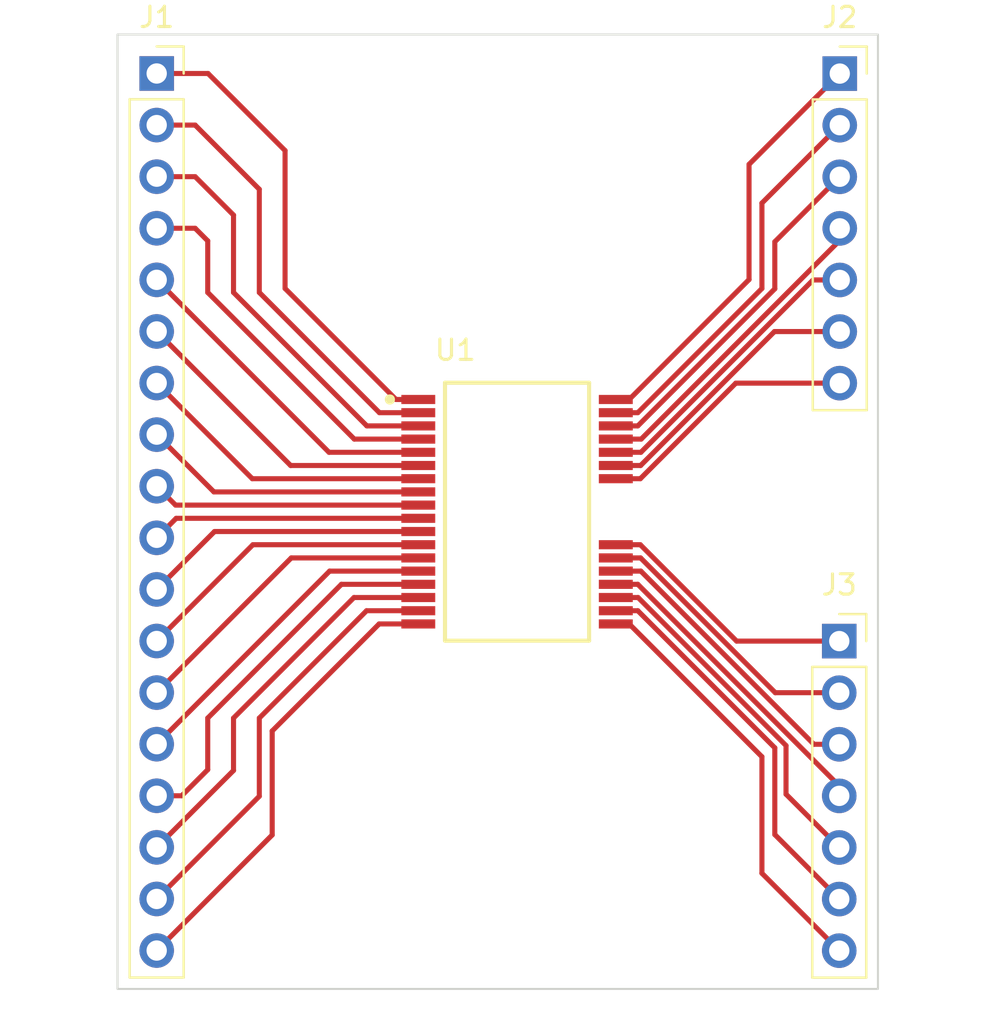
<source format=kicad_pcb>
(kicad_pcb (version 20211014) (generator pcbnew)
  (layers (0 "F.Cu" signal) (31 "B.Cu" signal) (34 "B.Paste" user) (35 "F.Paste" user) (36 "B.SilkS" user "B.Silkscreen") (37 "F.SilkS" user "F.Silkscreen") (38 "B.Mask" user) (39 "F.Mask" user) (44 "Edge.Cuts" user))
  (net 0 "")
  (net 1 "Net-(J1-Pad1)")
  (net 2 "Net-(J1-Pad2)")
  (net 3 "Net-(J1-Pad3)")
  (net 4 "Net-(J1-Pad4)")
  (net 5 "Net-(J1-Pad5)")
  (net 6 "Net-(J1-Pad6)")
  (net 7 "Net-(J1-Pad7)")
  (net 8 "Net-(J1-Pad8)")
  (net 9 "Net-(J1-Pad9)")
  (net 10 "Net-(J1-Pad10)")
  (net 11 "Net-(J1-Pad11)")
  (net 12 "Net-(J1-Pad12)")
  (net 13 "Net-(J1-Pad13)")
  (net 14 "Net-(J1-Pad14)")
  (net 15 "Net-(J1-Pad15)")
  (net 16 "Net-(J1-Pad16)")
  (net 17 "Net-(J1-Pad17)")
  (net 18 "Net-(J1-Pad18)")
  (net 19 "Net-(J2-Pad1)")
  (net 20 "Net-(J2-Pad2)")
  (net 21 "Net-(J2-Pad3)")
  (net 22 "Net-(J2-Pad4)")
  (net 23 "Net-(J2-Pad5)")
  (net 24 "Net-(J2-Pad6)")
  (net 25 "Net-(J2-Pad7)")
  (net 26 "Net-(J3-Pad1)")
  (net 27 "Net-(J3-Pad2)")
  (net 28 "Net-(J3-Pad3)")
  (net 29 "Net-(J3-Pad4)")
  (net 30 "Net-(J3-Pad5)")
  (net 31 "Net-(J3-Pad6)")
  (net 32 "Net-(J3-Pad7)")
  (footprint "Connector_PinSocket_2.54mm:PinSocket_1x18_P2.54mm_Vertical" (layer "F.Cu") (at 64.16 37.48)
    (fp_text reference "J1" (at 0 -2.77) (layer "F.SilkS"))
    (fp_text value "Conn_01x18_Female")
    (fp_line (start 1.33 -1.33) (end 1.33 0) (layer "F.SilkS") (width 0.12))
    (fp_line (start -1.33 1.27) (end -1.33 44.51) (layer "F.SilkS") (width 0.12))
    (fp_line (start -1.33 1.27) (end 1.33 1.27) (layer "F.SilkS") (width 0.12))
    (fp_line (start -1.33 44.51) (end 1.33 44.51) (layer "F.SilkS") (width 0.12))
    (fp_line (start 0 -1.33) (end 1.33 -1.33) (layer "F.SilkS") (width 0.12))
    (fp_line (start 1.33 1.27) (end 1.33 44.51) (layer "F.SilkS") (width 0.12))
    (pad "1" thru_hole rect (at 0 0) (size 1.7 1.7) (drill 1) (layers *.Cu *.Mask) (net 1 "Net-(J1-Pad1)"))
    (pad "2" thru_hole oval (at 0 2.54) (size 1.7 1.7) (drill 1) (layers *.Cu *.Mask) (net 2 "Net-(J1-Pad2)"))
    (pad "3" thru_hole oval (at 0 5.08) (size 1.7 1.7) (drill 1) (layers *.Cu *.Mask) (net 3 "Net-(J1-Pad3)"))
    (pad "4" thru_hole oval (at 0 7.62) (size 1.7 1.7) (drill 1) (layers *.Cu *.Mask) (net 4 "Net-(J1-Pad4)"))
    (pad "5" thru_hole oval (at 0 10.16) (size 1.7 1.7) (drill 1) (layers *.Cu *.Mask) (net 5 "Net-(J1-Pad5)"))
    (pad "6" thru_hole oval (at 0 12.7) (size 1.7 1.7) (drill 1) (layers *.Cu *.Mask) (net 6 "Net-(J1-Pad6)"))
    (pad "7" thru_hole oval (at 0 15.24) (size 1.7 1.7) (drill 1) (layers *.Cu *.Mask) (net 7 "Net-(J1-Pad7)"))
    (pad "8" thru_hole oval (at 0 17.78) (size 1.7 1.7) (drill 1) (layers *.Cu *.Mask) (net 8 "Net-(J1-Pad8)"))
    (pad "9" thru_hole oval (at 0 20.32) (size 1.7 1.7) (drill 1) (layers *.Cu *.Mask) (net 9 "Net-(J1-Pad9)"))
    (pad "10" thru_hole oval (at 0 22.86) (size 1.7 1.7) (drill 1) (layers *.Cu *.Mask) (net 10 "Net-(J1-Pad10)"))
    (pad "11" thru_hole oval (at 0 25.4) (size 1.7 1.7) (drill 1) (layers *.Cu *.Mask) (net 11 "Net-(J1-Pad11)"))
    (pad "12" thru_hole oval (at 0 27.94) (size 1.7 1.7) (drill 1) (layers *.Cu *.Mask) (net 12 "Net-(J1-Pad12)"))
    (pad "13" thru_hole oval (at 0 30.48) (size 1.7 1.7) (drill 1) (layers *.Cu *.Mask) (net 13 "Net-(J1-Pad13)"))
    (pad "14" thru_hole oval (at 0 33.02) (size 1.7 1.7) (drill 1) (layers *.Cu *.Mask) (net 14 "Net-(J1-Pad14)"))
    (pad "15" thru_hole oval (at 0 35.56) (size 1.7 1.7) (drill 1) (layers *.Cu *.Mask) (net 15 "Net-(J1-Pad15)"))
    (pad "16" thru_hole oval (at 0 38.1) (size 1.7 1.7) (drill 1) (layers *.Cu *.Mask) (net 16 "Net-(J1-Pad16)"))
    (pad "17" thru_hole oval (at 0 40.64) (size 1.7 1.7) (drill 1) (layers *.Cu *.Mask) (net 17 "Net-(J1-Pad17)"))
    (pad "18" thru_hole oval (at 0 43.18) (size 1.7 1.7) (drill 1) (layers *.Cu *.Mask) (net 18 "Net-(J1-Pad18)"))
  )
  (footprint "Connector_PinSocket_2.54mm:PinSocket_1x07_P2.54mm_Vertical" (layer "F.Cu") (at 97.79 65.425)
    (fp_text reference "J3" (at 0 -2.77) (layer "F.SilkS"))
    (fp_text value "Conn_01x07_Female")
    (fp_line (start -1.33 1.27) (end 1.33 1.27) (layer "F.SilkS") (width 0.12))
    (fp_line (start -1.33 16.57) (end 1.33 16.57) (layer "F.SilkS") (width 0.12))
    (fp_line (start -1.33 1.27) (end -1.33 16.57) (layer "F.SilkS") (width 0.12))
    (fp_line (start 1.33 1.27) (end 1.33 16.57) (layer "F.SilkS") (width 0.12))
    (fp_line (start 0 -1.33) (end 1.33 -1.33) (layer "F.SilkS") (width 0.12))
    (fp_line (start 1.33 -1.33) (end 1.33 0) (layer "F.SilkS") (width 0.12))
    (pad "1" thru_hole rect (at 0 0) (size 1.7 1.7) (drill 1) (layers *.Cu *.Mask) (net 26 "Net-(J3-Pad1)"))
    (pad "2" thru_hole oval (at 0 2.54) (size 1.7 1.7) (drill 1) (layers *.Cu *.Mask) (net 27 "Net-(J3-Pad2)"))
    (pad "3" thru_hole oval (at 0 5.08) (size 1.7 1.7) (drill 1) (layers *.Cu *.Mask) (net 28 "Net-(J3-Pad3)"))
    (pad "4" thru_hole oval (at 0 7.62) (size 1.7 1.7) (drill 1) (layers *.Cu *.Mask) (net 29 "Net-(J3-Pad4)"))
    (pad "5" thru_hole oval (at 0 10.16) (size 1.7 1.7) (drill 1) (layers *.Cu *.Mask) (net 30 "Net-(J3-Pad5)"))
    (pad "6" thru_hole oval (at 0 12.7) (size 1.7 1.7) (drill 1) (layers *.Cu *.Mask) (net 31 "Net-(J3-Pad6)"))
    (pad "7" thru_hole oval (at 0 15.24) (size 1.7 1.7) (drill 1) (layers *.Cu *.Mask) (net 32 "Net-(J3-Pad7)"))
  )
  (footprint "Connector_PinSocket_2.54mm:PinSocket_1x07_P2.54mm_Vertical" (layer "F.Cu") (at 97.815 37.485)
    (fp_text reference "J2" (at 0 -2.77) (layer "F.SilkS"))
    (fp_text value "Conn_01x07_Female")
    (fp_line (start 1.33 1.27) (end 1.33 16.57) (layer "F.SilkS") (width 0.12))
    (fp_line (start -1.33 1.27) (end -1.33 16.57) (layer "F.SilkS") (width 0.12))
    (fp_line (start -1.33 16.57) (end 1.33 16.57) (layer "F.SilkS") (width 0.12))
    (fp_line (start 0 -1.33) (end 1.33 -1.33) (layer "F.SilkS") (width 0.12))
    (fp_line (start 1.33 -1.33) (end 1.33 0) (layer "F.SilkS") (width 0.12))
    (fp_line (start -1.33 1.27) (end 1.33 1.27) (layer "F.SilkS") (width 0.12))
    (pad "1" thru_hole rect (at 0 0) (size 1.7 1.7) (drill 1) (layers *.Cu *.Mask) (net 19 "Net-(J2-Pad1)"))
    (pad "2" thru_hole oval (at 0 2.54) (size 1.7 1.7) (drill 1) (layers *.Cu *.Mask) (net 20 "Net-(J2-Pad2)"))
    (pad "3" thru_hole oval (at 0 5.08) (size 1.7 1.7) (drill 1) (layers *.Cu *.Mask) (net 21 "Net-(J2-Pad3)"))
    (pad "4" thru_hole oval (at 0 7.62) (size 1.7 1.7) (drill 1) (layers *.Cu *.Mask) (net 22 "Net-(J2-Pad4)"))
    (pad "5" thru_hole oval (at 0 10.16) (size 1.7 1.7) (drill 1) (layers *.Cu *.Mask) (net 23 "Net-(J2-Pad5)"))
    (pad "6" thru_hole oval (at 0 12.7) (size 1.7 1.7) (drill 1) (layers *.Cu *.Mask) (net 24 "Net-(J2-Pad6)"))
    (pad "7" thru_hole oval (at 0 15.24) (size 1.7 1.7) (drill 1) (layers *.Cu *.Mask) (net 25 "Net-(J2-Pad7)"))
  )
  (footprint "New folder:SOP65P1030X265-36_32N-V" (layer "F.Cu") (at 81.915 59.055)
    (fp_text reference "U1" (at -3.04 -7.955) (layer "F.SilkS"))
    (fp_text value "2ED020I12-F2")
    (fp_line (start -3.55 6.35) (end 3.55 6.35) (layer "F.SilkS") (width 0.2))
    (fp_line (start -3.55 -6.35) (end 3.55 -6.35) (layer "F.SilkS") (width 0.2))
    (fp_line (start 3.55 6.35) (end 3.55 -6.35) (layer "F.SilkS") (width 0.2))
    (fp_line (start -3.55 6.35) (end -3.55 -6.35) (layer "F.SilkS") (width 0.2))
    (fp_circle (center -6.265 -5.525) (end -6.14 -5.525) (layer "F.SilkS") (width 0.25) (fill none))
    (pad "1" smd rect locked (at -4.865 -5.525) (size 1.67 0.45) (layers "F.Cu" "F.Paste" "F.Mask") (net 1 "Net-(J1-Pad1)"))
    (pad "2" smd rect locked (at -4.865 -4.875) (size 1.67 0.45) (layers "F.Cu" "F.Paste" "F.Mask") (net 2 "Net-(J1-Pad2)"))
    (pad "3" smd rect locked (at -4.865 -4.225) (size 1.67 0.45) (layers "F.Cu" "F.Paste" "F.Mask") (net 3 "Net-(J1-Pad3)"))
    (pad "4" smd rect locked (at -4.865 -3.575) (size 1.67 0.45) (layers "F.Cu" "F.Paste" "F.Mask") (net 4 "Net-(J1-Pad4)"))
    (pad "5" smd rect locked (at -4.865 -2.925) (size 1.67 0.45) (layers "F.Cu" "F.Paste" "F.Mask") (net 5 "Net-(J1-Pad5)"))
    (pad "6" smd rect locked (at -4.865 -2.275) (size 1.67 0.45) (layers "F.Cu" "F.Paste" "F.Mask") (net 6 "Net-(J1-Pad6)"))
    (pad "7" smd rect locked (at -4.865 -1.625) (size 1.67 0.45) (layers "F.Cu" "F.Paste" "F.Mask") (net 7 "Net-(J1-Pad7)"))
    (pad "8" smd rect locked (at -4.865 -0.975) (size 1.67 0.45) (layers "F.Cu" "F.Paste" "F.Mask") (net 8 "Net-(J1-Pad8)"))
    (pad "9" smd rect locked (at -4.865 -0.325) (size 1.67 0.45) (layers "F.Cu" "F.Paste" "F.Mask") (net 9 "Net-(J1-Pad9)"))
    (pad "10" smd rect locked (at -4.865 0.325) (size 1.67 0.45) (layers "F.Cu" "F.Paste" "F.Mask") (net 10 "Net-(J1-Pad10)"))
    (pad "11" smd rect locked (at -4.865 0.975) (size 1.67 0.45) (layers "F.Cu" "F.Paste" "F.Mask") (net 11 "Net-(J1-Pad11)"))
    (pad "12" smd rect locked (at -4.865 1.625) (size 1.67 0.45) (layers "F.Cu" "F.Paste" "F.Mask") (net 12 "Net-(J1-Pad12)"))
    (pad "13" smd rect locked (at -4.865 2.275) (size 1.67 0.45) (layers "F.Cu" "F.Paste" "F.Mask") (net 13 "Net-(J1-Pad13)"))
    (pad "14" smd rect locked (at -4.865 2.925) (size 1.67 0.45) (layers "F.Cu" "F.Paste" "F.Mask") (net 14 "Net-(J1-Pad14)"))
    (pad "15" smd rect locked (at -4.865 3.575) (size 1.67 0.45) (layers "F.Cu" "F.Paste" "F.Mask") (net 15 "Net-(J1-Pad15)"))
    (pad "16" smd rect locked (at -4.865 4.225) (size 1.67 0.45) (layers "F.Cu" "F.Paste" "F.Mask") (net 16 "Net-(J1-Pad16)"))
    (pad "17" smd rect locked (at -4.865 4.875) (size 1.67 0.45) (layers "F.Cu" "F.Paste" "F.Mask") (net 17 "Net-(J1-Pad17)"))
    (pad "18" smd rect locked (at -4.865 5.525) (size 1.67 0.45) (layers "F.Cu" "F.Paste" "F.Mask") (net 18 "Net-(J1-Pad18)"))
    (pad "19" smd rect locked (at 4.865 5.525) (size 1.67 0.45) (layers "F.Cu" "F.Paste" "F.Mask") (net 32 "Net-(J3-Pad7)"))
    (pad "20" smd rect locked (at 4.865 4.875) (size 1.67 0.45) (layers "F.Cu" "F.Paste" "F.Mask") (net 31 "Net-(J3-Pad6)"))
    (pad "21" smd rect locked (at 4.865 4.225) (size 1.67 0.45) (layers "F.Cu" "F.Paste" "F.Mask") (net 30 "Net-(J3-Pad5)"))
    (pad "22" smd rect locked (at 4.865 3.575) (size 1.67 0.45) (layers "F.Cu" "F.Paste" "F.Mask") (net 29 "Net-(J3-Pad4)"))
    (pad "23" smd rect locked (at 4.865 2.925) (size 1.67 0.45) (layers "F.Cu" "F.Paste" "F.Mask") (net 28 "Net-(J3-Pad3)"))
    (pad "24" smd rect locked (at 4.865 2.275) (size 1.67 0.45) (layers "F.Cu" "F.Paste" "F.Mask") (net 27 "Net-(J3-Pad2)"))
    (pad "25" smd rect locked (at 4.865 1.625) (size 1.67 0.45) (layers "F.Cu" "F.Paste" "F.Mask") (net 26 "Net-(J3-Pad1)"))
    (pad "30" smd rect locked (at 4.865 -1.625) (size 1.67 0.45) (layers "F.Cu" "F.Paste" "F.Mask") (net 25 "Net-(J2-Pad7)"))
    (pad "31" smd rect locked (at 4.865 -2.275) (size 1.67 0.45) (layers "F.Cu" "F.Paste" "F.Mask") (net 24 "Net-(J2-Pad6)"))
    (pad "32" smd rect locked (at 4.865 -2.925) (size 1.67 0.45) (layers "F.Cu" "F.Paste" "F.Mask") (net 23 "Net-(J2-Pad5)"))
    (pad "33" smd rect locked (at 4.865 -3.575) (size 1.67 0.45) (layers "F.Cu" "F.Paste" "F.Mask") (net 22 "Net-(J2-Pad4)"))
    (pad "34" smd rect locked (at 4.865 -4.225) (size 1.67 0.45) (layers "F.Cu" "F.Paste" "F.Mask") (net 21 "Net-(J2-Pad3)"))
    (pad "35" smd rect locked (at 4.865 -4.875) (size 1.67 0.45) (layers "F.Cu" "F.Paste" "F.Mask") (net 20 "Net-(J2-Pad2)"))
    (pad "36" smd rect locked (at 4.865 -5.525) (size 1.67 0.45) (layers "F.Cu" "F.Paste" "F.Mask") (net 19 "Net-(J2-Pad1)"))
  )
  (gr_rect (start 62.23 35.56) (end 99.695 82.55) (layer "Edge.Cuts") (width 0.1) (fill none))
  (segment (start 75.951396 53.53) (end 70.485 48.063604) (width 0.25) (layer "F.Cu") (net 1))
  (segment (start 70.485 41.275) (end 66.69 37.48) (width 0.25) (layer "F.Cu") (net 1))
  (segment (start 77.05 53.53) (end 75.951396 53.53) (width 0.25) (layer "F.Cu") (net 1))
  (segment (start 66.69 37.48) (end 64.16 37.48) (width 0.25) (layer "F.Cu") (net 1))
  (segment (start 70.485 48.063604) (end 70.485 41.275) (width 0.25) (layer "F.Cu") (net 1))
  (segment (start 75.135 54.18) (end 69.215 48.26) (width 0.25) (layer "F.Cu") (net 2))
  (segment (start 69.215 43.18) (end 66.055 40.02) (width 0.25) (layer "F.Cu") (net 2))
  (segment (start 77.05 54.18) (end 75.135 54.18) (width 0.25) (layer "F.Cu") (net 2))
  (segment (start 69.215 48.26) (end 69.215 43.18) (width 0.25) (layer "F.Cu") (net 2))
  (segment (start 66.055 40.02) (end 64.16 40.02) (width 0.25) (layer "F.Cu") (net 2))
  (segment (start 77.05 54.83) (end 74.515 54.83) (width 0.25) (layer "F.Cu") (net 3))
  (segment (start 74.515 54.83) (end 67.945 48.26) (width 0.25) (layer "F.Cu") (net 3))
  (segment (start 67.945 48.26) (end 67.945 44.45) (width 0.25) (layer "F.Cu") (net 3))
  (segment (start 66.055 42.56) (end 64.16 42.56) (width 0.25) (layer "F.Cu") (net 3))
  (segment (start 67.945 44.45) (end 66.055 42.56) (width 0.25) (layer "F.Cu") (net 3))
  (segment (start 66.055 45.1) (end 64.16 45.1) (width 0.25) (layer "F.Cu") (net 4))
  (segment (start 77.05 55.48) (end 73.895 55.48) (width 0.25) (layer "F.Cu") (net 4))
  (segment (start 66.675 48.26) (end 66.675 45.72) (width 0.25) (layer "F.Cu") (net 4))
  (segment (start 66.675 45.72) (end 66.055 45.1) (width 0.25) (layer "F.Cu") (net 4))
  (segment (start 73.895 55.48) (end 66.675 48.26) (width 0.25) (layer "F.Cu") (net 4))
  (segment (start 72.65 56.13) (end 64.16 47.64) (width 0.25) (layer "F.Cu") (net 5))
  (segment (start 77.05 56.13) (end 72.65 56.13) (width 0.25) (layer "F.Cu") (net 5))
  (segment (start 77.05 56.78) (end 70.76 56.78) (width 0.25) (layer "F.Cu") (net 6))
  (segment (start 70.76 56.78) (end 64.16 50.18) (width 0.25) (layer "F.Cu") (net 6))
  (segment (start 77.05 57.43) (end 68.87 57.43) (width 0.25) (layer "F.Cu") (net 7))
  (segment (start 68.87 57.43) (end 64.16 52.72) (width 0.25) (layer "F.Cu") (net 7))
  (segment (start 66.98 58.08) (end 64.16 55.26) (width 0.25) (layer "F.Cu") (net 8))
  (segment (start 77.05 58.08) (end 66.98 58.08) (width 0.25) (layer "F.Cu") (net 8))
  (segment (start 77.05 58.73) (end 65.09 58.73) (width 0.25) (layer "F.Cu") (net 9))
  (segment (start 65.09 58.73) (end 64.16 57.8) (width 0.25) (layer "F.Cu") (net 9))
  (segment (start 65.12 59.38) (end 64.16 60.34) (width 0.25) (layer "F.Cu") (net 10))
  (segment (start 77.05 59.38) (end 65.12 59.38) (width 0.25) (layer "F.Cu") (net 10))
  (segment (start 67.01 60.03) (end 64.16 62.88) (width 0.25) (layer "F.Cu") (net 11))
  (segment (start 77.05 60.03) (end 67.01 60.03) (width 0.25) (layer "F.Cu") (net 11))
  (segment (start 68.9 60.68) (end 64.16 65.42) (width 0.25) (layer "F.Cu") (net 12))
  (segment (start 77.05 60.68) (end 68.9 60.68) (width 0.25) (layer "F.Cu") (net 12))
  (segment (start 70.79 61.33) (end 64.16 67.96) (width 0.25) (layer "F.Cu") (net 13))
  (segment (start 77.05 61.33) (end 70.79 61.33) (width 0.25) (layer "F.Cu") (net 13))
  (segment (start 77.05 61.98) (end 72.68 61.98) (width 0.25) (layer "F.Cu") (net 14))
  (segment (start 72.68 61.98) (end 64.16 70.5) (width 0.25) (layer "F.Cu") (net 14))
  (segment (start 77.05 62.63) (end 73.26 62.63) (width 0.25) (layer "F.Cu") (net 15))
  (segment (start 66.675 71.755) (end 65.39 73.04) (width 0.25) (layer "F.Cu") (net 15))
  (segment (start 73.26 62.63) (end 66.675 69.215) (width 0.25) (layer "F.Cu") (net 15))
  (segment (start 66.675 69.215) (end 66.675 71.755) (width 0.25) (layer "F.Cu") (net 15))
  (segment (start 65.39 73.04) (end 64.16 73.04) (width 0.25) (layer "F.Cu") (net 15))
  (segment (start 64.16 75.58) (end 67.945 71.795) (width 0.25) (layer "F.Cu") (net 16))
  (segment (start 67.945 69.215) (end 73.88 63.28) (width 0.25) (layer "F.Cu") (net 16))
  (segment (start 67.945 71.795) (end 67.945 69.215) (width 0.25) (layer "F.Cu") (net 16))
  (segment (start 73.88 63.28) (end 77.05 63.28) (width 0.25) (layer "F.Cu") (net 16))
  (segment (start 74.5 63.93) (end 77.05 63.93) (width 0.25) (layer "F.Cu") (net 17))
  (segment (start 64.16 78.12) (end 69.215 73.065) (width 0.25) (layer "F.Cu") (net 17))
  (segment (start 69.215 73.065) (end 69.215 69.215) (width 0.25) (layer "F.Cu") (net 17))
  (segment (start 69.215 69.215) (end 74.5 63.93) (width 0.25) (layer "F.Cu") (net 17))
  (segment (start 69.85 74.97) (end 64.16 80.66) (width 0.25) (layer "F.Cu") (net 18))
  (segment (start 69.85 69.85) (end 69.85 74.97) (width 0.25) (layer "F.Cu") (net 18))
  (segment (start 75.12 64.58) (end 69.85 69.85) (width 0.25) (layer "F.Cu") (net 18))
  (segment (start 77.05 64.58) (end 75.12 64.58) (width 0.25) (layer "F.Cu") (net 18))
  (segment (start 86.78 53.53) (end 87.44 53.53) (width 0.25) (layer "F.Cu") (net 19))
  (segment (start 93.345 41.955) (end 97.815 37.485) (width 0.25) (layer "F.Cu") (net 19))
  (segment (start 87.44 53.53) (end 93.345 47.625) (width 0.25) (layer "F.Cu") (net 19))
  (segment (start 93.345 47.625) (end 93.345 41.955) (width 0.25) (layer "F.Cu") (net 19))
  (segment (start 93.98 48.065) (end 93.98 43.86) (width 0.25) (layer "F.Cu") (net 20))
  (segment (start 87.865 54.18) (end 93.98 48.065) (width 0.25) (layer "F.Cu") (net 20))
  (segment (start 86.78 54.18) (end 87.865 54.18) (width 0.25) (layer "F.Cu") (net 20))
  (segment (start 93.98 43.86) (end 97.815 40.025) (width 0.25) (layer "F.Cu") (net 20))
  (segment (start 86.78 54.83) (end 87.865 54.83) (width 0.25) (layer "F.Cu") (net 21))
  (segment (start 94.615 45.765) (end 97.815 42.565) (width 0.25) (layer "F.Cu") (net 21))
  (segment (start 94.615 48.08) (end 94.615 45.765) (width 0.25) (layer "F.Cu") (net 21))
  (segment (start 87.865 54.83) (end 94.615 48.08) (width 0.25) (layer "F.Cu") (net 21))
  (segment (start 97.815 45.695) (end 97.815 45.105) (width 0.25) (layer "F.Cu") (net 22))
  (segment (start 86.78 55.48) (end 88.03 55.48) (width 0.25) (layer "F.Cu") (net 22))
  (segment (start 88.03 55.48) (end 97.815 45.695) (width 0.25) (layer "F.Cu") (net 22))
  (segment (start 88.016396 56.13) (end 96.501396 47.645) (width 0.25) (layer "F.Cu") (net 23))
  (segment (start 86.78 56.13) (end 88.016396 56.13) (width 0.25) (layer "F.Cu") (net 23))
  (segment (start 96.501396 47.645) (end 97.815 47.645) (width 0.25) (layer "F.Cu") (net 23))
  (segment (start 88.002792 56.78) (end 94.597792 50.185) (width 0.25) (layer "F.Cu") (net 24))
  (segment (start 86.78 56.78) (end 88.002792 56.78) (width 0.25) (layer "F.Cu") (net 24))
  (segment (start 94.597792 50.185) (end 97.815 50.185) (width 0.25) (layer "F.Cu") (net 24))
  (segment (start 86.78 57.43) (end 87.989188 57.43) (width 0.25) (layer "F.Cu") (net 25))
  (segment (start 92.694188 52.725) (end 97.815 52.725) (width 0.25) (layer "F.Cu") (net 25))
  (segment (start 87.989188 57.43) (end 92.694188 52.725) (width 0.25) (layer "F.Cu") (net 25))
  (segment (start 86.78 60.68) (end 87.987792 60.68) (width 0.25) (layer "F.Cu") (net 26))
  (segment (start 87.987792 60.68) (end 92.732792 65.425) (width 0.25) (layer "F.Cu") (net 26))
  (segment (start 92.732792 65.425) (end 97.79 65.425) (width 0.25) (layer "F.Cu") (net 26))
  (segment (start 86.78 61.33) (end 88.001396 61.33) (width 0.25) (layer "F.Cu") (net 27))
  (segment (start 94.636396 67.965) (end 97.79 67.965) (width 0.25) (layer "F.Cu") (net 27))
  (segment (start 88.001396 61.33) (end 94.636396 67.965) (width 0.25) (layer "F.Cu") (net 27))
  (segment (start 97.79 70.505) (end 96.54 70.505) (width 0.25) (layer "F.Cu") (net 28))
  (segment (start 96.54 70.505) (end 88.015 61.98) (width 0.25) (layer "F.Cu") (net 28))
  (segment (start 88.015 61.98) (end 86.78 61.98) (width 0.25) (layer "F.Cu") (net 28))
  (segment (start 86.78 62.63) (end 87.865 62.63) (width 0.25) (layer "F.Cu") (net 29))
  (segment (start 87.865 62.63) (end 97.79 72.555) (width 0.25) (layer "F.Cu") (net 29))
  (segment (start 97.79 72.555) (end 97.79 73.045) (width 0.25) (layer "F.Cu") (net 29))
  (segment (start 97.79 75.585) (end 95.166802 72.961802) (width 0.25) (layer "F.Cu") (net 30))
  (segment (start 95.166802 72.961802) (end 95.166802 70.568198) (width 0.25) (layer "F.Cu") (net 30))
  (segment (start 95.166802 70.568198) (end 87.878604 63.28) (width 0.25) (layer "F.Cu") (net 30))
  (segment (start 87.878604 63.28) (end 86.78 63.28) (width 0.25) (layer "F.Cu") (net 30))
  (segment (start 87.865 63.93) (end 94.615 70.68) (width 0.25) (layer "F.Cu") (net 31))
  (segment (start 86.78 63.93) (end 87.865 63.93) (width 0.25) (layer "F.Cu") (net 31))
  (segment (start 94.615 70.68) (end 94.615 74.95) (width 0.25) (layer "F.Cu") (net 31))
  (segment (start 94.615 74.95) (end 97.79 78.125) (width 0.25) (layer "F.Cu") (net 31))
  (segment (start 93.98 76.855) (end 93.98 71.12) (width 0.25) (layer "F.Cu") (net 32))
  (segment (start 93.98 71.12) (end 87.44 64.58) (width 0.25) (layer "F.Cu") (net 32))
  (segment (start 97.79 80.665) (end 93.98 76.855) (width 0.25) (layer "F.Cu") (net 32))
  (segment (start 87.44 64.58) (end 86.78 64.58) (width 0.25) (layer "F.Cu") (net 32))
)
</source>
